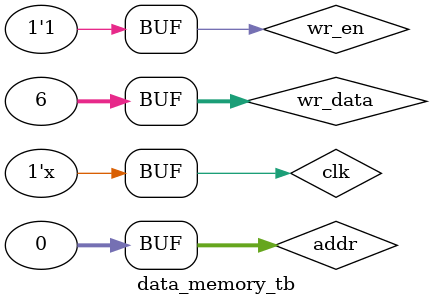
<source format=v>

module Data_Memory(
  input clk,
  input [31:0] addr,
  input rd_en,
  output reg [31:0] out,	
  input  wr_en,	
  input [31:0] wr_data		
);	

reg [31:0] memory [31:0];  // 32 memory cells 

always @(rd_en)
  begin
    if(rd_en == 1) out = memory[addr];
end
 

always @(posedge clk) //write
   begin
    if (wr_en == 1) memory[addr]=wr_data	;
   end
   
   endmodule	
   
   module data_memory_tb();
     reg clk;
     reg[31:0] addr;
     reg rd_en;
    wire [31:0] out;
    reg  wr_en;	
    reg [31:0] wr_data;
     Data_Memory dm(.clk(clk),.addr(addr),.rd_en(rd_en),.out(out),.wr_en(wr_en),	.wr_data(wr_data)	);
     
     always #30 clk = ~clk;
     
     initial
     begin
       clk = 0;
       
  
       wr_en = 1;
       addr = 32'b0;
       wr_data = 32'b00110;
       
     end
   endmodule
</source>
